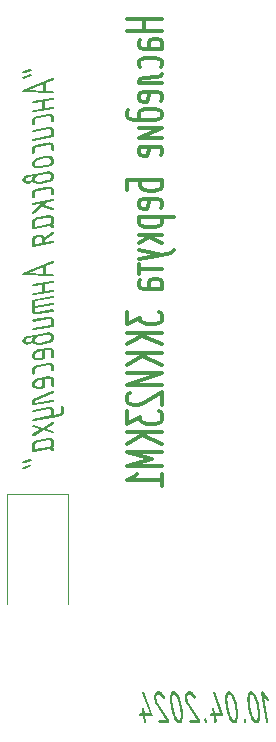
<source format=gbr>
%TF.GenerationSoftware,KiCad,Pcbnew,8.0.0-8.0.0-1~ubuntu20.04.1*%
%TF.CreationDate,2024-04-10T23:06:07+05:00*%
%TF.ProjectId,GammaAnomalain,47616d6d-6141-46e6-9f6d-616c61696e2e,rev?*%
%TF.SameCoordinates,Original*%
%TF.FileFunction,Legend,Bot*%
%TF.FilePolarity,Positive*%
%FSLAX46Y46*%
G04 Gerber Fmt 4.6, Leading zero omitted, Abs format (unit mm)*
G04 Created by KiCad (PCBNEW 8.0.0-8.0.0-1~ubuntu20.04.1) date 2024-04-10 23:06:07*
%MOMM*%
%LPD*%
G01*
G04 APERTURE LIST*
%ADD10C,0.200000*%
%ADD11C,0.300000*%
%ADD12C,0.150000*%
%ADD13C,0.120000*%
G04 APERTURE END LIST*
D10*
G36*
X121738171Y-113266168D02*
G01*
X121998046Y-113564389D01*
X122065457Y-113583440D01*
X122126517Y-113533614D01*
X122143614Y-113431032D01*
X122107955Y-113340907D01*
X121635101Y-112798688D01*
X121581367Y-112770111D01*
X121496646Y-112845536D01*
X121490997Y-112904200D01*
X121493928Y-112943035D01*
X121932100Y-115388883D01*
X122006347Y-115489111D01*
X122018562Y-115490000D01*
X122082554Y-115450432D01*
X122110397Y-115358841D01*
X122106489Y-115317808D01*
X121738171Y-113266168D01*
G37*
G36*
X120725178Y-112787070D02*
G01*
X120821482Y-112837946D01*
X120911871Y-112922739D01*
X120996345Y-113041450D01*
X121059665Y-113160839D01*
X121119199Y-113301935D01*
X121174947Y-113464738D01*
X121189072Y-113510702D01*
X121228757Y-113647325D01*
X121275392Y-113826523D01*
X121314853Y-114002332D01*
X121347138Y-114174752D01*
X121372250Y-114343783D01*
X121390186Y-114509426D01*
X121400948Y-114671679D01*
X121404535Y-114830544D01*
X121403381Y-114910400D01*
X121390394Y-115087500D01*
X121355761Y-115257516D01*
X121300348Y-115381164D01*
X121209437Y-115466816D01*
X121109002Y-115490000D01*
X121006782Y-115473095D01*
X120910478Y-115422380D01*
X120820089Y-115337855D01*
X120735615Y-115219520D01*
X120672295Y-115100508D01*
X120612761Y-114959859D01*
X120557013Y-114797571D01*
X120542888Y-114751695D01*
X120503203Y-114615305D01*
X120456568Y-114436336D01*
X120417107Y-114260664D01*
X120384822Y-114088290D01*
X120359710Y-113919213D01*
X120341774Y-113753433D01*
X120331012Y-113590950D01*
X120327606Y-113439825D01*
X120509141Y-113439825D01*
X120510324Y-113509915D01*
X120519789Y-113663971D01*
X120535834Y-113813947D01*
X120559125Y-113978089D01*
X120584856Y-114130055D01*
X120589766Y-114156064D01*
X120622022Y-114305560D01*
X120659059Y-114450932D01*
X120698674Y-114589476D01*
X120710267Y-114627569D01*
X120756467Y-114767846D01*
X120813830Y-114915984D01*
X120882100Y-115053843D01*
X120960967Y-115159656D01*
X121061130Y-115208632D01*
X121099140Y-115202564D01*
X121182763Y-115111545D01*
X121215547Y-114971604D01*
X121223307Y-114820286D01*
X121222124Y-114750196D01*
X121212660Y-114596139D01*
X121196615Y-114446163D01*
X121173323Y-114282022D01*
X121147592Y-114130055D01*
X121142803Y-114104046D01*
X121111140Y-113954550D01*
X121074541Y-113809178D01*
X121035240Y-113670635D01*
X121023557Y-113632542D01*
X120977025Y-113492265D01*
X120919311Y-113344127D01*
X120850715Y-113206268D01*
X120771598Y-113100455D01*
X120671318Y-113051479D01*
X120633308Y-113057547D01*
X120549685Y-113148565D01*
X120516902Y-113288507D01*
X120509141Y-113439825D01*
X120327606Y-113439825D01*
X120327424Y-113431765D01*
X120328579Y-113351643D01*
X120341566Y-113173953D01*
X120376199Y-113003370D01*
X120431612Y-112879310D01*
X120522523Y-112793372D01*
X120622958Y-112770111D01*
X120725178Y-112787070D01*
G37*
G36*
X120240474Y-115317076D02*
G01*
X120215561Y-115180055D01*
X120149242Y-115070685D01*
X120129099Y-115067948D01*
X120043920Y-115146670D01*
X120038241Y-115207899D01*
X120041172Y-115248932D01*
X120066085Y-115388883D01*
X120140332Y-115489111D01*
X120152547Y-115490000D01*
X120237268Y-115414574D01*
X120242916Y-115355910D01*
X120240474Y-115317076D01*
G37*
G36*
X118857208Y-112787070D02*
G01*
X118953513Y-112837946D01*
X119043902Y-112922739D01*
X119128375Y-113041450D01*
X119191695Y-113160839D01*
X119251229Y-113301935D01*
X119306978Y-113464738D01*
X119321103Y-113510702D01*
X119360788Y-113647325D01*
X119407423Y-113826523D01*
X119446883Y-114002332D01*
X119479169Y-114174752D01*
X119504280Y-114343783D01*
X119522217Y-114509426D01*
X119532979Y-114671679D01*
X119536566Y-114830544D01*
X119535412Y-114910400D01*
X119522424Y-115087500D01*
X119487792Y-115257516D01*
X119432379Y-115381164D01*
X119341468Y-115466816D01*
X119241032Y-115490000D01*
X119138813Y-115473095D01*
X119042509Y-115422380D01*
X118952120Y-115337855D01*
X118867646Y-115219520D01*
X118804326Y-115100508D01*
X118744792Y-114959859D01*
X118689043Y-114797571D01*
X118674918Y-114751695D01*
X118635234Y-114615305D01*
X118588599Y-114436336D01*
X118549138Y-114260664D01*
X118516852Y-114088290D01*
X118491741Y-113919213D01*
X118473804Y-113753433D01*
X118463043Y-113590950D01*
X118459637Y-113439825D01*
X118641172Y-113439825D01*
X118642355Y-113509915D01*
X118651819Y-113663971D01*
X118667864Y-113813947D01*
X118691156Y-113978089D01*
X118716887Y-114130055D01*
X118721797Y-114156064D01*
X118754053Y-114305560D01*
X118791090Y-114450932D01*
X118830704Y-114589476D01*
X118842297Y-114627569D01*
X118888497Y-114767846D01*
X118945861Y-114915984D01*
X119014131Y-115053843D01*
X119092997Y-115159656D01*
X119193161Y-115208632D01*
X119231171Y-115202564D01*
X119314794Y-115111545D01*
X119347578Y-114971604D01*
X119355338Y-114820286D01*
X119354155Y-114750196D01*
X119344690Y-114596139D01*
X119328645Y-114446163D01*
X119305354Y-114282022D01*
X119279623Y-114130055D01*
X119274833Y-114104046D01*
X119243170Y-113954550D01*
X119206572Y-113809178D01*
X119167271Y-113670635D01*
X119155588Y-113632542D01*
X119109056Y-113492265D01*
X119051341Y-113344127D01*
X118982745Y-113206268D01*
X118903628Y-113100455D01*
X118803349Y-113051479D01*
X118765339Y-113057547D01*
X118681716Y-113148565D01*
X118648932Y-113288507D01*
X118641172Y-113439825D01*
X118459637Y-113439825D01*
X118459455Y-113431765D01*
X118460610Y-113351643D01*
X118473597Y-113173953D01*
X118508230Y-113003370D01*
X118563642Y-112879310D01*
X118654554Y-112793372D01*
X118754989Y-112770111D01*
X118857208Y-112787070D01*
G37*
G36*
X117410676Y-114645896D02*
G01*
X117248499Y-114645896D01*
X117163777Y-114725031D01*
X117158129Y-114786580D01*
X117204815Y-114916136D01*
X117248499Y-114927264D01*
X117458548Y-114927264D01*
X117537194Y-115388883D01*
X117611276Y-115489111D01*
X117623656Y-115490000D01*
X117709577Y-115419215D01*
X117716957Y-115352979D01*
X117714515Y-115320006D01*
X117647103Y-114927264D01*
X118186880Y-114927264D01*
X118251849Y-114887697D01*
X118277739Y-114792442D01*
X118265038Y-114725031D01*
X117549406Y-112837522D01*
X117471249Y-112770111D01*
X117384695Y-112842651D01*
X117378925Y-112899071D01*
X117391625Y-112965017D01*
X118031542Y-114645896D01*
X117598743Y-114645896D01*
X117519120Y-114226775D01*
X117445039Y-114130905D01*
X117432658Y-114130055D01*
X117346563Y-114204244D01*
X117340823Y-114261946D01*
X117343265Y-114298583D01*
X117410676Y-114645896D01*
G37*
G36*
X116879692Y-115317076D02*
G01*
X116854780Y-115180055D01*
X116788461Y-115070685D01*
X116768318Y-115067948D01*
X116683138Y-115146670D01*
X116677459Y-115207899D01*
X116680390Y-115248932D01*
X116705303Y-115388883D01*
X116779550Y-115489111D01*
X116791765Y-115490000D01*
X116876487Y-115414574D01*
X116882135Y-115355910D01*
X116879692Y-115317076D01*
G37*
G36*
X115799651Y-113401723D02*
G01*
X115866573Y-113450083D01*
X115930565Y-113409050D01*
X115957431Y-113313796D01*
X115935450Y-113225136D01*
X115867606Y-113105744D01*
X115794219Y-112996608D01*
X115715917Y-112905154D01*
X115701953Y-112891744D01*
X115613826Y-112827602D01*
X115517970Y-112787216D01*
X115414386Y-112770586D01*
X115392742Y-112770111D01*
X115285533Y-112790919D01*
X115194167Y-112853342D01*
X115118643Y-112957380D01*
X115083531Y-113033161D01*
X115045034Y-113171397D01*
X115034193Y-113305736D01*
X115047022Y-113460779D01*
X115085507Y-113614315D01*
X115141256Y-113749526D01*
X115196371Y-113850153D01*
X116024842Y-115208632D01*
X115481158Y-115208632D01*
X115395978Y-115287766D01*
X115390300Y-115349316D01*
X115437237Y-115478871D01*
X115481158Y-115490000D01*
X116230495Y-115490000D01*
X116315675Y-115411277D01*
X116321353Y-115350048D01*
X116298394Y-115254794D01*
X115326796Y-113658178D01*
X115263387Y-113537168D01*
X115222383Y-113399067D01*
X115215422Y-113316727D01*
X115242204Y-113165712D01*
X115322553Y-113077382D01*
X115428134Y-113051738D01*
X115442079Y-113051479D01*
X115541121Y-113086541D01*
X115629566Y-113163284D01*
X115690718Y-113234661D01*
X115761663Y-113335640D01*
X115799651Y-113401723D01*
G37*
G36*
X114189239Y-112787070D02*
G01*
X114285543Y-112837946D01*
X114375932Y-112922739D01*
X114460406Y-113041450D01*
X114523726Y-113160839D01*
X114583260Y-113301935D01*
X114639009Y-113464738D01*
X114653134Y-113510702D01*
X114692818Y-113647325D01*
X114739453Y-113826523D01*
X114778914Y-114002332D01*
X114811200Y-114174752D01*
X114836311Y-114343783D01*
X114854248Y-114509426D01*
X114865010Y-114671679D01*
X114868597Y-114830544D01*
X114867442Y-114910400D01*
X114854455Y-115087500D01*
X114819822Y-115257516D01*
X114764410Y-115381164D01*
X114673498Y-115466816D01*
X114573063Y-115490000D01*
X114470844Y-115473095D01*
X114374539Y-115422380D01*
X114284150Y-115337855D01*
X114199677Y-115219520D01*
X114136357Y-115100508D01*
X114076823Y-114959859D01*
X114021074Y-114797571D01*
X114006949Y-114751695D01*
X113967264Y-114615305D01*
X113920629Y-114436336D01*
X113881169Y-114260664D01*
X113848883Y-114088290D01*
X113823772Y-113919213D01*
X113805835Y-113753433D01*
X113795073Y-113590950D01*
X113791668Y-113439825D01*
X113973203Y-113439825D01*
X113974386Y-113509915D01*
X113983850Y-113663971D01*
X113999895Y-113813947D01*
X114023186Y-113978089D01*
X114048918Y-114130055D01*
X114053828Y-114156064D01*
X114086083Y-114305560D01*
X114123120Y-114450932D01*
X114162735Y-114589476D01*
X114174328Y-114627569D01*
X114220528Y-114767846D01*
X114277892Y-114915984D01*
X114346161Y-115053843D01*
X114425028Y-115159656D01*
X114525191Y-115208632D01*
X114563202Y-115202564D01*
X114646824Y-115111545D01*
X114679608Y-114971604D01*
X114687369Y-114820286D01*
X114686186Y-114750196D01*
X114676721Y-114596139D01*
X114660676Y-114446163D01*
X114637385Y-114282022D01*
X114611653Y-114130055D01*
X114606864Y-114104046D01*
X114575201Y-113954550D01*
X114538603Y-113809178D01*
X114499302Y-113670635D01*
X114487619Y-113632542D01*
X114441086Y-113492265D01*
X114383372Y-113344127D01*
X114314776Y-113206268D01*
X114235659Y-113100455D01*
X114135380Y-113051479D01*
X114097370Y-113057547D01*
X114013747Y-113148565D01*
X113980963Y-113288507D01*
X113973203Y-113439825D01*
X113791668Y-113439825D01*
X113791486Y-113431765D01*
X113792640Y-113351643D01*
X113805628Y-113173953D01*
X113840261Y-113003370D01*
X113895673Y-112879310D01*
X113986584Y-112793372D01*
X114087020Y-112770111D01*
X114189239Y-112787070D01*
G37*
G36*
X113185275Y-113401723D02*
G01*
X113252198Y-113450083D01*
X113316189Y-113409050D01*
X113343056Y-113313796D01*
X113321074Y-113225136D01*
X113253231Y-113105744D01*
X113179844Y-112996608D01*
X113101542Y-112905154D01*
X113087578Y-112891744D01*
X112999450Y-112827602D01*
X112903594Y-112787216D01*
X112800011Y-112770586D01*
X112778367Y-112770111D01*
X112671158Y-112790919D01*
X112579791Y-112853342D01*
X112504267Y-112957380D01*
X112469155Y-113033161D01*
X112430659Y-113171397D01*
X112419818Y-113305736D01*
X112432647Y-113460779D01*
X112471132Y-113614315D01*
X112526880Y-113749526D01*
X112581995Y-113850153D01*
X113410467Y-115208632D01*
X112866782Y-115208632D01*
X112781603Y-115287766D01*
X112775924Y-115349316D01*
X112822862Y-115478871D01*
X112866782Y-115490000D01*
X113616120Y-115490000D01*
X113701299Y-115411277D01*
X113706978Y-115350048D01*
X113684019Y-115254794D01*
X112712421Y-113658178D01*
X112649011Y-113537168D01*
X112608007Y-113399067D01*
X112601046Y-113316727D01*
X112627829Y-113165712D01*
X112708177Y-113077382D01*
X112813759Y-113051738D01*
X112827704Y-113051479D01*
X112926746Y-113086541D01*
X113015191Y-113163284D01*
X113076343Y-113234661D01*
X113147288Y-113335640D01*
X113185275Y-113401723D01*
G37*
G36*
X111435519Y-114645896D02*
G01*
X111273342Y-114645896D01*
X111188620Y-114725031D01*
X111182972Y-114786580D01*
X111229657Y-114916136D01*
X111273342Y-114927264D01*
X111483391Y-114927264D01*
X111562037Y-115388883D01*
X111636119Y-115489111D01*
X111648499Y-115490000D01*
X111734420Y-115419215D01*
X111741800Y-115352979D01*
X111739357Y-115320006D01*
X111671946Y-114927264D01*
X112211723Y-114927264D01*
X112276692Y-114887697D01*
X112302581Y-114792442D01*
X112289881Y-114725031D01*
X111574249Y-112837522D01*
X111496092Y-112770111D01*
X111409538Y-112842651D01*
X111403768Y-112899071D01*
X111416468Y-112965017D01*
X112056385Y-114645896D01*
X111623586Y-114645896D01*
X111543963Y-114226775D01*
X111469882Y-114130905D01*
X111457501Y-114130055D01*
X111371406Y-114204244D01*
X111365666Y-114261946D01*
X111368108Y-114298583D01*
X111435519Y-114645896D01*
G37*
D11*
X113117257Y-55902129D02*
X110117257Y-55902129D01*
X111545828Y-55902129D02*
X111545828Y-56873558D01*
X113117257Y-56873558D02*
X110117257Y-56873558D01*
X113117257Y-58411653D02*
X111545828Y-58411653D01*
X111545828Y-58411653D02*
X111260114Y-58330700D01*
X111260114Y-58330700D02*
X111117257Y-58168796D01*
X111117257Y-58168796D02*
X111117257Y-57844986D01*
X111117257Y-57844986D02*
X111260114Y-57683081D01*
X112974400Y-58411653D02*
X113117257Y-58249748D01*
X113117257Y-58249748D02*
X113117257Y-57844986D01*
X113117257Y-57844986D02*
X112974400Y-57683081D01*
X112974400Y-57683081D02*
X112688685Y-57602129D01*
X112688685Y-57602129D02*
X112402971Y-57602129D01*
X112402971Y-57602129D02*
X112117257Y-57683081D01*
X112117257Y-57683081D02*
X111974400Y-57844986D01*
X111974400Y-57844986D02*
X111974400Y-58249748D01*
X111974400Y-58249748D02*
X111831542Y-58411653D01*
X112974400Y-59949748D02*
X113117257Y-59787843D01*
X113117257Y-59787843D02*
X113117257Y-59464034D01*
X113117257Y-59464034D02*
X112974400Y-59302129D01*
X112974400Y-59302129D02*
X112831542Y-59221176D01*
X112831542Y-59221176D02*
X112545828Y-59140224D01*
X112545828Y-59140224D02*
X111688685Y-59140224D01*
X111688685Y-59140224D02*
X111402971Y-59221176D01*
X111402971Y-59221176D02*
X111260114Y-59302129D01*
X111260114Y-59302129D02*
X111117257Y-59464034D01*
X111117257Y-59464034D02*
X111117257Y-59787843D01*
X111117257Y-59787843D02*
X111260114Y-59949748D01*
X113117257Y-61325938D02*
X111117257Y-61325938D01*
X111117257Y-61325938D02*
X111117257Y-61083081D01*
X111117257Y-61083081D02*
X111260114Y-60921177D01*
X111260114Y-60921177D02*
X111545828Y-60840224D01*
X111545828Y-60840224D02*
X112688685Y-60759272D01*
X112688685Y-60759272D02*
X112974400Y-60678319D01*
X112974400Y-60678319D02*
X113117257Y-60516415D01*
X112974400Y-62783081D02*
X113117257Y-62621177D01*
X113117257Y-62621177D02*
X113117257Y-62297367D01*
X113117257Y-62297367D02*
X112974400Y-62135462D01*
X112974400Y-62135462D02*
X112688685Y-62054510D01*
X112688685Y-62054510D02*
X111545828Y-62054510D01*
X111545828Y-62054510D02*
X111260114Y-62135462D01*
X111260114Y-62135462D02*
X111117257Y-62297367D01*
X111117257Y-62297367D02*
X111117257Y-62621177D01*
X111117257Y-62621177D02*
X111260114Y-62783081D01*
X111260114Y-62783081D02*
X111545828Y-62864034D01*
X111545828Y-62864034D02*
X111831542Y-62864034D01*
X111831542Y-62864034D02*
X112117257Y-62054510D01*
X111402971Y-64402129D02*
X111260114Y-64321177D01*
X111260114Y-64321177D02*
X111117257Y-64159272D01*
X111117257Y-64159272D02*
X111117257Y-63835463D01*
X111117257Y-63835463D02*
X111260114Y-63673558D01*
X111260114Y-63673558D02*
X111402971Y-63592605D01*
X111402971Y-63592605D02*
X111688685Y-63511653D01*
X111688685Y-63511653D02*
X112545828Y-63511653D01*
X112545828Y-63511653D02*
X112831542Y-63592605D01*
X112831542Y-63592605D02*
X112974400Y-63673558D01*
X112974400Y-63673558D02*
X113117257Y-63835463D01*
X113117257Y-63835463D02*
X113117257Y-64078320D01*
X113117257Y-64078320D02*
X112974400Y-64240224D01*
X112974400Y-64240224D02*
X112831542Y-64321177D01*
X112831542Y-64321177D02*
X112545828Y-64402129D01*
X112545828Y-64402129D02*
X110688685Y-64402129D01*
X110688685Y-64402129D02*
X110402971Y-64321177D01*
X110402971Y-64321177D02*
X110260114Y-64240224D01*
X110260114Y-64240224D02*
X110117257Y-64078320D01*
X110117257Y-64078320D02*
X110117257Y-63754510D01*
X110117257Y-63754510D02*
X110260114Y-63592605D01*
X111117257Y-65130700D02*
X113117257Y-65130700D01*
X113117257Y-65130700D02*
X111117257Y-65940224D01*
X111117257Y-65940224D02*
X113117257Y-65940224D01*
X112974400Y-67397367D02*
X113117257Y-67235463D01*
X113117257Y-67235463D02*
X113117257Y-66911653D01*
X113117257Y-66911653D02*
X112974400Y-66749748D01*
X112974400Y-66749748D02*
X112688685Y-66668796D01*
X112688685Y-66668796D02*
X111545828Y-66668796D01*
X111545828Y-66668796D02*
X111260114Y-66749748D01*
X111260114Y-66749748D02*
X111117257Y-66911653D01*
X111117257Y-66911653D02*
X111117257Y-67235463D01*
X111117257Y-67235463D02*
X111260114Y-67397367D01*
X111260114Y-67397367D02*
X111545828Y-67478320D01*
X111545828Y-67478320D02*
X111831542Y-67478320D01*
X111831542Y-67478320D02*
X112117257Y-66668796D01*
X110117257Y-70311653D02*
X110117257Y-69502129D01*
X110117257Y-69502129D02*
X113117257Y-69502129D01*
X113117257Y-69502129D02*
X113117257Y-69987844D01*
X113117257Y-69987844D02*
X112974400Y-70230701D01*
X112974400Y-70230701D02*
X112688685Y-70392606D01*
X112688685Y-70392606D02*
X112402971Y-70473558D01*
X112402971Y-70473558D02*
X111974400Y-70473558D01*
X111974400Y-70473558D02*
X111688685Y-70392606D01*
X111688685Y-70392606D02*
X111402971Y-70230701D01*
X111402971Y-70230701D02*
X111260114Y-69987844D01*
X111260114Y-69987844D02*
X111260114Y-69502129D01*
X112974400Y-71849748D02*
X113117257Y-71687844D01*
X113117257Y-71687844D02*
X113117257Y-71364034D01*
X113117257Y-71364034D02*
X112974400Y-71202129D01*
X112974400Y-71202129D02*
X112688685Y-71121177D01*
X112688685Y-71121177D02*
X111545828Y-71121177D01*
X111545828Y-71121177D02*
X111260114Y-71202129D01*
X111260114Y-71202129D02*
X111117257Y-71364034D01*
X111117257Y-71364034D02*
X111117257Y-71687844D01*
X111117257Y-71687844D02*
X111260114Y-71849748D01*
X111260114Y-71849748D02*
X111545828Y-71930701D01*
X111545828Y-71930701D02*
X111831542Y-71930701D01*
X111831542Y-71930701D02*
X112117257Y-71121177D01*
X111117257Y-72659272D02*
X114117257Y-72659272D01*
X111260114Y-72659272D02*
X111117257Y-72821177D01*
X111117257Y-72821177D02*
X111117257Y-73144987D01*
X111117257Y-73144987D02*
X111260114Y-73306891D01*
X111260114Y-73306891D02*
X111402971Y-73387844D01*
X111402971Y-73387844D02*
X111688685Y-73468796D01*
X111688685Y-73468796D02*
X112545828Y-73468796D01*
X112545828Y-73468796D02*
X112831542Y-73387844D01*
X112831542Y-73387844D02*
X112974400Y-73306891D01*
X112974400Y-73306891D02*
X113117257Y-73144987D01*
X113117257Y-73144987D02*
X113117257Y-72821177D01*
X113117257Y-72821177D02*
X112974400Y-72659272D01*
X111117257Y-74197367D02*
X113117257Y-74197367D01*
X111974400Y-74359272D02*
X113117257Y-74844986D01*
X111117257Y-74844986D02*
X112260114Y-74197367D01*
X111117257Y-75411653D02*
X113117257Y-75816415D01*
X111117257Y-76221176D02*
X113117257Y-75816415D01*
X113117257Y-75816415D02*
X113831542Y-75654510D01*
X113831542Y-75654510D02*
X113974400Y-75573557D01*
X113974400Y-75573557D02*
X114117257Y-75411653D01*
X111117257Y-76625938D02*
X111117257Y-77435462D01*
X111117257Y-77030700D02*
X113117257Y-77030700D01*
X113117257Y-78730700D02*
X111545828Y-78730700D01*
X111545828Y-78730700D02*
X111260114Y-78649747D01*
X111260114Y-78649747D02*
X111117257Y-78487843D01*
X111117257Y-78487843D02*
X111117257Y-78164033D01*
X111117257Y-78164033D02*
X111260114Y-78002128D01*
X112974400Y-78730700D02*
X113117257Y-78568795D01*
X113117257Y-78568795D02*
X113117257Y-78164033D01*
X113117257Y-78164033D02*
X112974400Y-78002128D01*
X112974400Y-78002128D02*
X112688685Y-77921176D01*
X112688685Y-77921176D02*
X112402971Y-77921176D01*
X112402971Y-77921176D02*
X112117257Y-78002128D01*
X112117257Y-78002128D02*
X111974400Y-78164033D01*
X111974400Y-78164033D02*
X111974400Y-78568795D01*
X111974400Y-78568795D02*
X111831542Y-78730700D01*
X110117257Y-80673557D02*
X110117257Y-81725938D01*
X110117257Y-81725938D02*
X111260114Y-81159271D01*
X111260114Y-81159271D02*
X111260114Y-81402128D01*
X111260114Y-81402128D02*
X111402971Y-81564033D01*
X111402971Y-81564033D02*
X111545828Y-81644985D01*
X111545828Y-81644985D02*
X111831542Y-81725938D01*
X111831542Y-81725938D02*
X112545828Y-81725938D01*
X112545828Y-81725938D02*
X112831542Y-81644985D01*
X112831542Y-81644985D02*
X112974400Y-81564033D01*
X112974400Y-81564033D02*
X113117257Y-81402128D01*
X113117257Y-81402128D02*
X113117257Y-80916414D01*
X113117257Y-80916414D02*
X112974400Y-80754509D01*
X112974400Y-80754509D02*
X112831542Y-80673557D01*
X113117257Y-82454509D02*
X110117257Y-82454509D01*
X113117257Y-83425938D02*
X111402971Y-82697367D01*
X110117257Y-83425938D02*
X111831542Y-82454509D01*
X113117257Y-84154509D02*
X110117257Y-84154509D01*
X113117257Y-85125938D02*
X111402971Y-84397367D01*
X110117257Y-85125938D02*
X111831542Y-84154509D01*
X110117257Y-85854509D02*
X113117257Y-85854509D01*
X113117257Y-85854509D02*
X110117257Y-86825938D01*
X110117257Y-86825938D02*
X113117257Y-86825938D01*
X110402971Y-87554509D02*
X110260114Y-87635461D01*
X110260114Y-87635461D02*
X110117257Y-87797366D01*
X110117257Y-87797366D02*
X110117257Y-88202128D01*
X110117257Y-88202128D02*
X110260114Y-88364033D01*
X110260114Y-88364033D02*
X110402971Y-88444985D01*
X110402971Y-88444985D02*
X110688685Y-88525938D01*
X110688685Y-88525938D02*
X110974400Y-88525938D01*
X110974400Y-88525938D02*
X111402971Y-88444985D01*
X111402971Y-88444985D02*
X113117257Y-87473557D01*
X113117257Y-87473557D02*
X113117257Y-88525938D01*
X110117257Y-89092605D02*
X110117257Y-90144986D01*
X110117257Y-90144986D02*
X111260114Y-89578319D01*
X111260114Y-89578319D02*
X111260114Y-89821176D01*
X111260114Y-89821176D02*
X111402971Y-89983081D01*
X111402971Y-89983081D02*
X111545828Y-90064033D01*
X111545828Y-90064033D02*
X111831542Y-90144986D01*
X111831542Y-90144986D02*
X112545828Y-90144986D01*
X112545828Y-90144986D02*
X112831542Y-90064033D01*
X112831542Y-90064033D02*
X112974400Y-89983081D01*
X112974400Y-89983081D02*
X113117257Y-89821176D01*
X113117257Y-89821176D02*
X113117257Y-89335462D01*
X113117257Y-89335462D02*
X112974400Y-89173557D01*
X112974400Y-89173557D02*
X112831542Y-89092605D01*
X113117257Y-90873557D02*
X110117257Y-90873557D01*
X113117257Y-91844986D02*
X111402971Y-91116415D01*
X110117257Y-91844986D02*
X111831542Y-90873557D01*
X113117257Y-92573557D02*
X110117257Y-92573557D01*
X110117257Y-92573557D02*
X112260114Y-93140224D01*
X112260114Y-93140224D02*
X110117257Y-93706891D01*
X110117257Y-93706891D02*
X113117257Y-93706891D01*
X113117257Y-95406891D02*
X113117257Y-94435462D01*
X113117257Y-94921176D02*
X110117257Y-94921176D01*
X110117257Y-94921176D02*
X110545828Y-94759272D01*
X110545828Y-94759272D02*
X110831542Y-94597367D01*
X110831542Y-94597367D02*
X110974400Y-94435462D01*
D12*
G36*
X101344117Y-60274808D02*
G01*
X101270111Y-60352966D01*
X101310411Y-60417935D01*
X101408597Y-60446267D01*
X101472344Y-60435520D01*
X102019692Y-60244522D01*
X102067320Y-60167341D01*
X101998901Y-60078498D01*
X101945687Y-60072575D01*
X101887801Y-60083810D01*
X101344117Y-60274808D01*
G37*
G36*
X101339720Y-60744732D02*
G01*
X101270111Y-60822889D01*
X101310411Y-60887858D01*
X101407864Y-60916190D01*
X101472344Y-60905443D01*
X102016029Y-60714445D01*
X102067320Y-60637265D01*
X101998489Y-60548421D01*
X101944954Y-60542498D01*
X101887069Y-60553734D01*
X101339720Y-60744732D01*
G37*
G36*
X103949699Y-60879065D02*
G01*
X103990000Y-60944034D01*
X103929183Y-61020726D01*
X103286580Y-61271808D01*
X103286580Y-61950803D01*
X103860307Y-61979623D01*
X103910841Y-61985738D01*
X103990000Y-62069016D01*
X103983688Y-62104800D01*
X103858108Y-62160852D01*
X101396140Y-62034334D01*
X101347033Y-62027649D01*
X101270111Y-61943475D01*
X101325891Y-61875087D01*
X101834312Y-61875087D01*
X103005212Y-61937125D01*
X103005212Y-61383182D01*
X101834312Y-61875087D01*
X101325891Y-61875087D01*
X101333859Y-61865318D01*
X103781905Y-60866853D01*
X103853712Y-60853175D01*
X103949699Y-60879065D01*
G37*
G36*
X103192791Y-63401605D02*
G01*
X103192791Y-62838381D01*
X103891081Y-62710398D01*
X103989130Y-62635113D01*
X103990000Y-62622471D01*
X103949699Y-62558479D01*
X103858108Y-62530635D01*
X103817076Y-62534543D01*
X102186755Y-62826169D01*
X102071519Y-62888754D01*
X102067320Y-62912631D01*
X102110551Y-62977111D01*
X102215331Y-63004466D01*
X102258562Y-63002024D01*
X102911423Y-62886253D01*
X102911423Y-63450942D01*
X102183824Y-63578926D01*
X102070164Y-63645245D01*
X102067320Y-63665388D01*
X102143569Y-63750567D01*
X102202875Y-63756246D01*
X102242442Y-63753315D01*
X103888883Y-63462177D01*
X103989111Y-63388096D01*
X103990000Y-63375716D01*
X103949699Y-63311235D01*
X103858108Y-63283392D01*
X103817076Y-63287788D01*
X103192791Y-63401605D01*
G37*
G36*
X103990000Y-64494348D02*
G01*
X103990000Y-64188067D01*
X103965596Y-64091082D01*
X103885289Y-64001487D01*
X103862505Y-63985346D01*
X103740909Y-63927577D01*
X103589773Y-63901580D01*
X103556957Y-63900838D01*
X103446315Y-63910607D01*
X102630055Y-64056176D01*
X102488593Y-64086096D01*
X102355613Y-64128806D01*
X102230707Y-64194021D01*
X102195547Y-64221284D01*
X102122543Y-64306576D01*
X102082472Y-64402746D01*
X102067821Y-64504472D01*
X102067320Y-64529030D01*
X102067320Y-64786951D01*
X102146454Y-64872130D01*
X102208004Y-64877809D01*
X102337559Y-64830871D01*
X102348688Y-64786951D01*
X102348688Y-64480670D01*
X102376236Y-64376046D01*
X102470178Y-64292917D01*
X102613432Y-64246396D01*
X102630788Y-64243266D01*
X103447780Y-64098674D01*
X103530579Y-64087928D01*
X103669509Y-64129838D01*
X103708458Y-64227291D01*
X103708632Y-64236427D01*
X103708632Y-64494348D01*
X103787766Y-64579527D01*
X103849316Y-64585206D01*
X103978871Y-64538269D01*
X103990000Y-64494348D01*
G37*
G36*
X102183824Y-66007188D02*
G01*
X102070164Y-66073507D01*
X102067320Y-66093650D01*
X102143569Y-66178830D01*
X102202875Y-66184508D01*
X102242442Y-66181577D01*
X103853712Y-65894348D01*
X103973895Y-65832197D01*
X103990000Y-65776134D01*
X103990000Y-65307676D01*
X103965596Y-65210691D01*
X103885289Y-65121096D01*
X103862505Y-65104955D01*
X103740909Y-65047186D01*
X103589773Y-65021190D01*
X103556957Y-65020447D01*
X103445582Y-65030217D01*
X102186755Y-65255408D01*
X102071519Y-65317994D01*
X102067320Y-65341870D01*
X102144161Y-65425542D01*
X102216064Y-65432729D01*
X102259295Y-65429798D01*
X103447780Y-65218284D01*
X103542302Y-65209002D01*
X103676795Y-65255525D01*
X103708632Y-65356037D01*
X103708632Y-65732171D01*
X102183824Y-66007188D01*
G37*
G36*
X103990000Y-66921145D02*
G01*
X103990000Y-66614864D01*
X103965596Y-66517879D01*
X103885289Y-66428284D01*
X103862505Y-66412143D01*
X103740909Y-66354373D01*
X103589773Y-66328377D01*
X103556957Y-66327635D01*
X103446315Y-66337404D01*
X102630055Y-66482973D01*
X102488593Y-66512893D01*
X102355613Y-66555603D01*
X102230707Y-66620818D01*
X102195547Y-66648081D01*
X102122543Y-66733372D01*
X102082472Y-66829543D01*
X102067821Y-66931269D01*
X102067320Y-66955827D01*
X102067320Y-67213748D01*
X102146454Y-67298927D01*
X102208004Y-67304606D01*
X102337559Y-67257668D01*
X102348688Y-67213748D01*
X102348688Y-66907467D01*
X102376236Y-66802843D01*
X102470178Y-66719714D01*
X102613432Y-66673193D01*
X102630788Y-66670063D01*
X103447780Y-66525471D01*
X103530579Y-66514725D01*
X103669509Y-66556635D01*
X103708458Y-66654088D01*
X103708632Y-66663224D01*
X103708632Y-66921145D01*
X103787766Y-67006324D01*
X103849316Y-67012003D01*
X103978871Y-66965065D01*
X103990000Y-66921145D01*
G37*
G36*
X103566070Y-67475698D02*
G01*
X103711460Y-67509678D01*
X103836859Y-67572785D01*
X103910887Y-67635021D01*
X103971904Y-67729543D01*
X103990000Y-67827774D01*
X103982951Y-67926645D01*
X103955886Y-68033074D01*
X103898655Y-68140397D01*
X103813794Y-68229582D01*
X103701304Y-68300628D01*
X103585316Y-68349592D01*
X103449933Y-68390359D01*
X103310027Y-68420307D01*
X102757550Y-68516050D01*
X102753100Y-68516832D01*
X102607341Y-68528751D01*
X102497615Y-68522248D01*
X102350199Y-68488108D01*
X102223391Y-68424704D01*
X102147946Y-68362704D01*
X102085762Y-68268376D01*
X102067320Y-68170203D01*
X102070448Y-68120377D01*
X102348688Y-68120377D01*
X102348941Y-68134081D01*
X102374018Y-68237843D01*
X102460396Y-68316806D01*
X102608073Y-68343127D01*
X102616838Y-68343067D01*
X102763412Y-68327983D01*
X103310027Y-68231752D01*
X103403450Y-68210274D01*
X103536967Y-68156892D01*
X103642846Y-68071270D01*
X103694618Y-67974812D01*
X103708632Y-67876134D01*
X103689041Y-67768457D01*
X103611889Y-67684709D01*
X103460969Y-67653385D01*
X103312958Y-67668528D01*
X102764877Y-67766225D01*
X102644979Y-67794062D01*
X102511262Y-67850145D01*
X102417375Y-67926190D01*
X102363319Y-68022197D01*
X102348688Y-68120377D01*
X102070448Y-68120377D01*
X102073013Y-68079533D01*
X102098315Y-67971196D01*
X102150975Y-67866469D01*
X102229253Y-67779903D01*
X102337149Y-67708449D01*
X102461277Y-67654601D01*
X102611968Y-67609851D01*
X102765610Y-67578158D01*
X103310027Y-67481926D01*
X103458039Y-67469226D01*
X103566070Y-67475698D01*
G37*
G36*
X103566070Y-68782886D02*
G01*
X103711460Y-68816866D01*
X103836859Y-68879972D01*
X103910887Y-68942208D01*
X103971904Y-69036730D01*
X103990000Y-69134962D01*
X103984513Y-69224023D01*
X103960127Y-69330909D01*
X103909373Y-69434954D01*
X103833928Y-69521843D01*
X103742383Y-69587086D01*
X103607974Y-69649464D01*
X103460569Y-69695114D01*
X103310027Y-69727495D01*
X102766343Y-69823238D01*
X102617599Y-69835939D01*
X102500546Y-69829276D01*
X102349695Y-69794294D01*
X102228520Y-69729327D01*
X102145722Y-69646406D01*
X102082846Y-69711973D01*
X101962540Y-69770970D01*
X101850861Y-69802025D01*
X101703154Y-69816399D01*
X101658606Y-69815087D01*
X101516574Y-69789815D01*
X101396140Y-69732380D01*
X101373618Y-69716400D01*
X101294234Y-69626970D01*
X101270111Y-69529170D01*
X101270612Y-69504482D01*
X101274135Y-69479833D01*
X101551479Y-69479833D01*
X101582474Y-69581346D01*
X101713412Y-69628332D01*
X101817772Y-69612447D01*
X101944221Y-69556037D01*
X102014306Y-69506842D01*
X102059519Y-69427565D01*
X102348688Y-69427565D01*
X102348941Y-69441269D01*
X102374018Y-69545030D01*
X102460396Y-69623993D01*
X102608073Y-69650314D01*
X102616838Y-69650255D01*
X102763412Y-69635171D01*
X103310027Y-69538940D01*
X103403450Y-69517461D01*
X103536967Y-69464080D01*
X103642846Y-69378458D01*
X103694618Y-69282000D01*
X103708632Y-69183322D01*
X103689041Y-69075645D01*
X103611889Y-68991897D01*
X103460969Y-68960572D01*
X103312958Y-68975716D01*
X102765610Y-69073413D01*
X102645501Y-69101250D01*
X102511548Y-69157333D01*
X102417496Y-69233378D01*
X102363345Y-69329385D01*
X102348688Y-69427565D01*
X102059519Y-69427565D01*
X102067320Y-69413887D01*
X102074830Y-69358841D01*
X102119072Y-69262749D01*
X102187487Y-69175018D01*
X101813063Y-69242429D01*
X101796969Y-69245648D01*
X101664134Y-69292741D01*
X101577024Y-69375839D01*
X101551479Y-69479833D01*
X101274135Y-69479833D01*
X101285263Y-69401983D01*
X101325334Y-69304591D01*
X101398339Y-69217516D01*
X101414902Y-69203831D01*
X101528412Y-69137021D01*
X101664510Y-69088706D01*
X101813796Y-69055339D01*
X103310027Y-68789114D01*
X103458039Y-68776413D01*
X103566070Y-68782886D01*
G37*
G36*
X103990000Y-70655129D02*
G01*
X103990000Y-70348849D01*
X103965596Y-70251863D01*
X103885289Y-70162269D01*
X103862505Y-70146127D01*
X103740909Y-70088358D01*
X103589773Y-70062362D01*
X103556957Y-70061619D01*
X103446315Y-70071389D01*
X102630055Y-70216958D01*
X102488593Y-70246877D01*
X102355613Y-70289587D01*
X102230707Y-70354802D01*
X102195547Y-70382066D01*
X102122543Y-70467357D01*
X102082472Y-70563528D01*
X102067821Y-70665254D01*
X102067320Y-70689812D01*
X102067320Y-70947732D01*
X102146454Y-71032912D01*
X102208004Y-71038591D01*
X102337559Y-70991653D01*
X102348688Y-70947732D01*
X102348688Y-70641452D01*
X102376236Y-70536828D01*
X102470178Y-70453699D01*
X102613432Y-70407178D01*
X102630788Y-70404048D01*
X103447780Y-70259456D01*
X103530579Y-70248709D01*
X103669509Y-70290620D01*
X103708458Y-70388073D01*
X103708632Y-70397209D01*
X103708632Y-70655129D01*
X103787766Y-70740309D01*
X103849316Y-70745988D01*
X103978871Y-70699050D01*
X103990000Y-70655129D01*
G37*
G36*
X103126845Y-71629170D02*
G01*
X103414808Y-71385904D01*
X103891814Y-71297977D01*
X103989137Y-71223978D01*
X103990000Y-71211515D01*
X103949699Y-71147523D01*
X103858108Y-71119679D01*
X103817076Y-71123587D01*
X102186755Y-71414725D01*
X102071519Y-71477310D01*
X102067320Y-71501187D01*
X102143783Y-71584858D01*
X102215331Y-71592045D01*
X102258562Y-71589602D01*
X102962714Y-71464550D01*
X102114947Y-72198256D01*
X102067320Y-72253455D01*
X102113482Y-72316469D01*
X102216796Y-72345290D01*
X102340628Y-72308165D01*
X102956120Y-71776204D01*
X103789965Y-72044383D01*
X103848583Y-72053664D01*
X103948234Y-72026309D01*
X103990000Y-71961829D01*
X103913063Y-71880740D01*
X103126845Y-71629170D01*
G37*
G36*
X103594150Y-72489159D02*
G01*
X103744610Y-72515155D01*
X103864703Y-72572924D01*
X103887095Y-72589066D01*
X103966017Y-72678660D01*
X103990000Y-72775646D01*
X103990000Y-72962247D01*
X103977770Y-73067013D01*
X103929607Y-73168403D01*
X103835394Y-73245569D01*
X103863024Y-73253517D01*
X103964484Y-73329263D01*
X103990000Y-73432171D01*
X103973895Y-73489556D01*
X103853712Y-73550384D01*
X103814661Y-73554217D01*
X103718157Y-73480531D01*
X103619239Y-73407746D01*
X103581870Y-73411654D01*
X102221926Y-73656385D01*
X102112016Y-73645150D01*
X102067320Y-73586532D01*
X102067320Y-73443406D01*
X102348688Y-73443406D01*
X103444117Y-73249477D01*
X103517619Y-73227495D01*
X103627299Y-73156665D01*
X103670189Y-73111060D01*
X103708632Y-73012073D01*
X103708632Y-72824006D01*
X103676515Y-72723494D01*
X103540837Y-72676972D01*
X103447780Y-72686253D01*
X102630788Y-72830845D01*
X102613432Y-72833975D01*
X102470178Y-72880496D01*
X102376236Y-72963625D01*
X102348688Y-73068249D01*
X102348688Y-73443406D01*
X102067320Y-73443406D01*
X102067320Y-73116609D01*
X102067821Y-73092051D01*
X102082472Y-72990325D01*
X102122543Y-72894154D01*
X102195547Y-72808863D01*
X102230707Y-72781599D01*
X102355613Y-72716384D01*
X102488593Y-72673674D01*
X102630055Y-72643755D01*
X103446315Y-72498186D01*
X103561353Y-72488416D01*
X103594150Y-72489159D01*
G37*
G36*
X103915811Y-73926518D02*
G01*
X103990000Y-74011515D01*
X103954829Y-74075995D01*
X103192791Y-74570831D01*
X103192791Y-74789184D01*
X103816343Y-74673901D01*
X103855910Y-74670970D01*
X103914574Y-74676649D01*
X103990000Y-74761829D01*
X103989111Y-74774043D01*
X103888883Y-74848291D01*
X102242442Y-75140893D01*
X102200676Y-75145290D01*
X102106887Y-75116958D01*
X102067320Y-75052966D01*
X102067320Y-74936218D01*
X102348688Y-74936218D01*
X102911423Y-74837544D01*
X102911423Y-74462387D01*
X102911248Y-74453160D01*
X102872139Y-74354746D01*
X102732637Y-74312422D01*
X102630055Y-74320726D01*
X102612745Y-74324361D01*
X102469863Y-74374297D01*
X102376165Y-74457767D01*
X102348688Y-74559595D01*
X102348688Y-74936218D01*
X102067320Y-74936218D01*
X102067320Y-74607956D01*
X102067815Y-74582751D01*
X102082299Y-74478728D01*
X102121912Y-74381183D01*
X102194082Y-74295813D01*
X102210603Y-74282649D01*
X102325615Y-74217681D01*
X102465635Y-74169538D01*
X102620530Y-74135101D01*
X102734103Y-74126797D01*
X102863633Y-74139033D01*
X102996420Y-74182485D01*
X103089746Y-74242741D01*
X103155422Y-74330496D01*
X103759190Y-73945569D01*
X103858108Y-73919679D01*
X103915811Y-73926518D01*
G37*
G36*
X103949699Y-76373831D02*
G01*
X103990000Y-76438800D01*
X103929183Y-76515492D01*
X103286580Y-76766574D01*
X103286580Y-77445569D01*
X103860307Y-77474390D01*
X103910841Y-77480504D01*
X103990000Y-77563783D01*
X103983688Y-77599566D01*
X103858108Y-77655618D01*
X101396140Y-77529100D01*
X101347033Y-77522415D01*
X101270111Y-77438242D01*
X101325890Y-77369854D01*
X101834312Y-77369854D01*
X103005212Y-77431891D01*
X103005212Y-76877949D01*
X101834312Y-77369854D01*
X101325890Y-77369854D01*
X101333859Y-77360084D01*
X103781905Y-76361619D01*
X103853712Y-76347942D01*
X103949699Y-76373831D01*
G37*
G36*
X103192791Y-78896371D02*
G01*
X103192791Y-78333147D01*
X103891081Y-78205164D01*
X103989130Y-78129879D01*
X103990000Y-78117237D01*
X103949699Y-78053245D01*
X103858108Y-78025401D01*
X103817076Y-78029309D01*
X102186755Y-78320935D01*
X102071519Y-78383521D01*
X102067320Y-78407397D01*
X102110551Y-78471877D01*
X102215331Y-78499233D01*
X102258562Y-78496790D01*
X102911423Y-78381019D01*
X102911423Y-78945709D01*
X102183824Y-79073692D01*
X102070164Y-79140011D01*
X102067320Y-79160154D01*
X102143569Y-79245333D01*
X102202875Y-79251012D01*
X102242442Y-79248081D01*
X103888883Y-78956944D01*
X103989111Y-78882862D01*
X103990000Y-78870482D01*
X103949699Y-78806002D01*
X103858108Y-78778158D01*
X103817076Y-78782554D01*
X103192791Y-78896371D01*
G37*
G36*
X102188953Y-79629100D02*
G01*
X102071596Y-79692653D01*
X102067320Y-79717027D01*
X102067320Y-80587020D01*
X102089359Y-80684699D01*
X102164512Y-80771648D01*
X102293000Y-80837125D01*
X102435844Y-80869863D01*
X102517215Y-80874250D01*
X102630055Y-80864480D01*
X103888883Y-80639288D01*
X103989111Y-80565041D01*
X103990000Y-80552826D01*
X103949699Y-80488346D01*
X103858108Y-80460503D01*
X103817076Y-80464411D01*
X102627857Y-80676413D01*
X102524542Y-80685695D01*
X102387328Y-80644198D01*
X102348859Y-80547706D01*
X102348688Y-80538660D01*
X102348688Y-80350593D01*
X103888883Y-80076064D01*
X103989111Y-80001817D01*
X103990000Y-79989602D01*
X103950432Y-79925122D01*
X103858841Y-79897279D01*
X103817808Y-79901187D01*
X102348688Y-80163992D01*
X102348688Y-79787369D01*
X103891814Y-79512352D01*
X103989137Y-79438105D01*
X103990000Y-79425890D01*
X103949699Y-79361898D01*
X103858108Y-79334055D01*
X103817076Y-79337963D01*
X102188953Y-79629100D01*
G37*
G36*
X102183824Y-82062736D02*
G01*
X102070164Y-82129055D01*
X102067320Y-82149198D01*
X102143569Y-82234377D01*
X102202875Y-82240056D01*
X102242442Y-82237125D01*
X103853712Y-81949896D01*
X103973895Y-81887745D01*
X103990000Y-81831682D01*
X103990000Y-81363224D01*
X103965596Y-81266239D01*
X103885289Y-81176644D01*
X103862505Y-81160503D01*
X103740909Y-81102734D01*
X103589773Y-81076737D01*
X103556957Y-81075995D01*
X103445582Y-81085764D01*
X102186755Y-81310956D01*
X102071519Y-81373542D01*
X102067320Y-81397418D01*
X102144161Y-81481090D01*
X102216064Y-81488277D01*
X102259295Y-81485346D01*
X103447780Y-81273831D01*
X103542302Y-81264550D01*
X103676795Y-81311073D01*
X103708632Y-81411584D01*
X103708632Y-81787718D01*
X102183824Y-82062736D01*
G37*
G36*
X103566070Y-82411637D02*
G01*
X103711460Y-82445617D01*
X103836859Y-82508723D01*
X103910887Y-82570959D01*
X103971904Y-82665481D01*
X103990000Y-82763713D01*
X103984513Y-82852774D01*
X103960127Y-82959660D01*
X103909373Y-83063705D01*
X103833928Y-83150593D01*
X103742383Y-83215837D01*
X103607974Y-83278215D01*
X103460569Y-83323865D01*
X103310027Y-83356246D01*
X102766343Y-83451989D01*
X102617599Y-83464690D01*
X102500546Y-83458026D01*
X102349695Y-83423044D01*
X102228520Y-83358078D01*
X102145722Y-83275157D01*
X102082846Y-83340724D01*
X101962540Y-83399721D01*
X101850861Y-83430776D01*
X101703154Y-83445150D01*
X101658606Y-83443837D01*
X101516574Y-83418566D01*
X101396140Y-83361131D01*
X101373618Y-83345151D01*
X101294234Y-83255721D01*
X101270111Y-83157921D01*
X101270612Y-83133233D01*
X101274135Y-83108584D01*
X101551479Y-83108584D01*
X101582474Y-83210097D01*
X101713412Y-83257083D01*
X101817772Y-83241198D01*
X101944221Y-83184787D01*
X102014306Y-83135593D01*
X102059519Y-83056316D01*
X102348688Y-83056316D01*
X102348941Y-83070020D01*
X102374018Y-83173781D01*
X102460396Y-83252744D01*
X102608073Y-83279065D01*
X102616838Y-83279006D01*
X102763412Y-83263922D01*
X103310027Y-83167690D01*
X103403450Y-83146212D01*
X103536967Y-83092831D01*
X103642846Y-83007209D01*
X103694618Y-82910751D01*
X103708632Y-82812073D01*
X103689041Y-82704396D01*
X103611889Y-82620647D01*
X103460969Y-82589323D01*
X103312958Y-82604466D01*
X102765610Y-82702164D01*
X102645501Y-82730001D01*
X102511548Y-82786084D01*
X102417496Y-82862129D01*
X102363345Y-82958136D01*
X102348688Y-83056316D01*
X102059519Y-83056316D01*
X102067320Y-83042638D01*
X102074830Y-82987592D01*
X102119072Y-82891500D01*
X102187487Y-82803769D01*
X101813063Y-82871180D01*
X101796969Y-82874399D01*
X101664134Y-82921492D01*
X101577024Y-83004590D01*
X101551479Y-83108584D01*
X101274135Y-83108584D01*
X101285263Y-83030734D01*
X101325334Y-82933342D01*
X101398339Y-82846267D01*
X101414902Y-82832582D01*
X101528412Y-82765772D01*
X101664510Y-82717457D01*
X101813796Y-82684090D01*
X103310027Y-82417865D01*
X103458039Y-82405164D01*
X103566070Y-82411637D01*
G37*
G36*
X103589773Y-83691113D02*
G01*
X103740909Y-83717109D01*
X103862505Y-83774878D01*
X103885289Y-83791020D01*
X103965596Y-83880614D01*
X103990000Y-83977600D01*
X103990000Y-84470482D01*
X103978871Y-84514403D01*
X103849316Y-84561340D01*
X103787766Y-84555661D01*
X103708632Y-84470482D01*
X103708632Y-84025960D01*
X103676795Y-83925448D01*
X103542302Y-83878926D01*
X103447780Y-83888207D01*
X103192791Y-83936567D01*
X103192791Y-84686392D01*
X102765610Y-84759177D01*
X102761114Y-84759958D01*
X102613203Y-84771877D01*
X102489168Y-84763647D01*
X102341821Y-84727068D01*
X102224856Y-84667830D01*
X102148703Y-84605830D01*
X102085935Y-84511503D01*
X102067320Y-84413329D01*
X102070448Y-84363503D01*
X102348688Y-84363503D01*
X102348943Y-84377208D01*
X102374233Y-84480969D01*
X102461342Y-84559932D01*
X102610272Y-84586253D01*
X102618254Y-84586194D01*
X102763412Y-84571110D01*
X102911423Y-84547662D01*
X102911423Y-83984438D01*
X102766343Y-84009351D01*
X102646022Y-84037575D01*
X102511834Y-84093958D01*
X102417617Y-84170023D01*
X102363371Y-84265770D01*
X102348688Y-84363503D01*
X102070448Y-84363503D01*
X102073013Y-84322659D01*
X102098315Y-84214323D01*
X102150975Y-84109595D01*
X102229253Y-84023029D01*
X102337149Y-83951575D01*
X102461277Y-83897727D01*
X102611968Y-83852977D01*
X102765610Y-83821284D01*
X103445582Y-83700140D01*
X103556957Y-83690370D01*
X103589773Y-83691113D01*
G37*
G36*
X103990000Y-85591068D02*
G01*
X103990000Y-85284787D01*
X103965596Y-85187802D01*
X103885289Y-85098207D01*
X103862505Y-85082066D01*
X103740909Y-85024297D01*
X103589773Y-84998301D01*
X103556957Y-84997558D01*
X103446315Y-85007328D01*
X102630055Y-85152896D01*
X102488593Y-85182816D01*
X102355613Y-85225526D01*
X102230707Y-85290741D01*
X102195547Y-85318004D01*
X102122543Y-85403296D01*
X102082472Y-85499466D01*
X102067821Y-85601193D01*
X102067320Y-85625750D01*
X102067320Y-85883671D01*
X102146454Y-85968851D01*
X102208004Y-85974529D01*
X102337559Y-85927592D01*
X102348688Y-85883671D01*
X102348688Y-85577390D01*
X102376236Y-85472767D01*
X102470178Y-85389637D01*
X102613432Y-85343117D01*
X102630788Y-85339986D01*
X103447780Y-85195395D01*
X103530579Y-85184648D01*
X103669509Y-85226558D01*
X103708458Y-85324011D01*
X103708632Y-85333147D01*
X103708632Y-85591068D01*
X103787766Y-85676248D01*
X103849316Y-85681926D01*
X103978871Y-85634989D01*
X103990000Y-85591068D01*
G37*
G36*
X103589773Y-86117910D02*
G01*
X103740909Y-86143906D01*
X103862505Y-86201675D01*
X103885289Y-86217817D01*
X103965596Y-86307411D01*
X103990000Y-86404397D01*
X103990000Y-86897279D01*
X103978871Y-86941199D01*
X103849316Y-86988137D01*
X103787766Y-86982458D01*
X103708632Y-86897279D01*
X103708632Y-86452757D01*
X103676795Y-86352245D01*
X103542302Y-86305722D01*
X103447780Y-86315004D01*
X103192791Y-86363364D01*
X103192791Y-87113189D01*
X102765610Y-87185974D01*
X102761114Y-87186755D01*
X102613203Y-87198674D01*
X102489168Y-87190444D01*
X102341821Y-87153865D01*
X102224856Y-87094627D01*
X102148703Y-87032627D01*
X102085935Y-86938300D01*
X102067320Y-86840126D01*
X102070448Y-86790300D01*
X102348688Y-86790300D01*
X102348943Y-86804005D01*
X102374233Y-86907766D01*
X102461342Y-86986729D01*
X102610272Y-87013050D01*
X102618254Y-87012991D01*
X102763412Y-86997907D01*
X102911423Y-86974459D01*
X102911423Y-86411235D01*
X102766343Y-86436148D01*
X102646022Y-86464372D01*
X102511834Y-86520755D01*
X102417617Y-86596820D01*
X102363371Y-86692567D01*
X102348688Y-86790300D01*
X102070448Y-86790300D01*
X102073013Y-86749456D01*
X102098315Y-86641119D01*
X102150975Y-86536392D01*
X102229253Y-86449826D01*
X102337149Y-86378372D01*
X102461277Y-86324524D01*
X102611968Y-86279774D01*
X102765610Y-86248081D01*
X103445582Y-86126937D01*
X103556957Y-86117167D01*
X103589773Y-86117910D01*
G37*
G36*
X102067320Y-88499023D02*
G01*
X102143569Y-88583745D01*
X102202875Y-88589393D01*
X102242442Y-88586951D01*
X103888883Y-88294348D01*
X103989111Y-88220100D01*
X103990000Y-88207886D01*
X103949699Y-88143406D01*
X103857376Y-88115562D01*
X103816343Y-88119470D01*
X102348688Y-88380810D01*
X102348688Y-88174669D01*
X103931381Y-87533287D01*
X103990000Y-87461480D01*
X103923000Y-87373453D01*
X103860307Y-87365248D01*
X103784103Y-87379414D01*
X102151584Y-88045709D01*
X102067320Y-88123866D01*
X102067320Y-88499023D01*
G37*
G36*
X104266971Y-89343127D02*
G01*
X103990000Y-89392464D01*
X103990000Y-89017795D01*
X103965596Y-88920810D01*
X103885289Y-88831215D01*
X103862505Y-88815074D01*
X103740909Y-88757304D01*
X103589773Y-88731308D01*
X103556957Y-88730565D01*
X103445582Y-88739847D01*
X102186755Y-88965039D01*
X102071519Y-89027624D01*
X102067320Y-89051501D01*
X102144161Y-89135172D01*
X102216064Y-89142359D01*
X102259295Y-89139916D01*
X103447780Y-88928402D01*
X103542302Y-88918632D01*
X103676795Y-88965155D01*
X103708632Y-89065667D01*
X103708632Y-89441801D01*
X102183824Y-89716818D01*
X102070164Y-89783137D01*
X102067320Y-89803280D01*
X102143783Y-89886951D01*
X102215331Y-89894138D01*
X102258562Y-89891207D01*
X104261842Y-89532659D01*
X104410145Y-89497360D01*
X104548722Y-89444367D01*
X104665209Y-89368619D01*
X104733719Y-89286951D01*
X104772112Y-89192433D01*
X104786738Y-89087367D01*
X104787208Y-89062736D01*
X104787208Y-88708584D01*
X104708073Y-88623404D01*
X104646524Y-88617725D01*
X104516969Y-88664663D01*
X104505840Y-88708584D01*
X104505840Y-89106699D01*
X104482513Y-89210808D01*
X104402968Y-89293591D01*
X104266971Y-89343127D01*
G37*
G36*
X103068960Y-90697209D02*
G01*
X103796559Y-90902861D01*
X103855177Y-90909700D01*
X103981573Y-90859417D01*
X103990000Y-90820307D01*
X103907201Y-90736776D01*
X103282184Y-90560921D01*
X103948967Y-90134962D01*
X103990000Y-90067551D01*
X103911689Y-89984203D01*
X103850781Y-89978646D01*
X103759190Y-90003071D01*
X103005212Y-90484229D01*
X102275415Y-90276623D01*
X102216796Y-90269784D01*
X102111284Y-90295674D01*
X102067320Y-90360154D01*
X102155548Y-90439638D01*
X102167704Y-90442708D01*
X102791988Y-90620028D01*
X102121542Y-91047453D01*
X102067320Y-91110468D01*
X102140754Y-91195489D01*
X102209469Y-91202792D01*
X102316448Y-91177879D01*
X103068960Y-90697209D01*
G37*
G36*
X103594150Y-91346661D02*
G01*
X103744610Y-91372657D01*
X103864703Y-91430426D01*
X103887095Y-91446567D01*
X103966017Y-91536162D01*
X103990000Y-91633147D01*
X103990000Y-91819749D01*
X103977770Y-91924515D01*
X103929607Y-92025905D01*
X103835394Y-92103071D01*
X103863024Y-92111019D01*
X103964484Y-92186765D01*
X103990000Y-92289672D01*
X103973895Y-92347058D01*
X103853712Y-92407886D01*
X103814661Y-92411719D01*
X103718157Y-92338032D01*
X103619239Y-92265248D01*
X103581870Y-92269156D01*
X102221926Y-92513887D01*
X102112016Y-92502652D01*
X102067320Y-92444034D01*
X102067320Y-92300907D01*
X102348688Y-92300907D01*
X103444117Y-92106979D01*
X103517619Y-92084997D01*
X103627299Y-92014166D01*
X103670189Y-91968562D01*
X103708632Y-91869575D01*
X103708632Y-91681508D01*
X103676515Y-91580996D01*
X103540837Y-91534473D01*
X103447780Y-91543755D01*
X102630788Y-91688346D01*
X102613432Y-91691477D01*
X102470178Y-91737997D01*
X102376236Y-91821127D01*
X102348688Y-91925750D01*
X102348688Y-92300907D01*
X102067320Y-92300907D01*
X102067320Y-91974110D01*
X102067821Y-91949553D01*
X102082472Y-91847826D01*
X102122543Y-91751656D01*
X102195547Y-91666365D01*
X102230707Y-91639101D01*
X102355613Y-91573886D01*
X102488593Y-91531176D01*
X102630055Y-91501256D01*
X103446315Y-91355688D01*
X103561353Y-91345918D01*
X103594150Y-91346661D01*
G37*
G36*
X101344117Y-93319889D02*
G01*
X101270111Y-93398046D01*
X101310411Y-93463015D01*
X101408597Y-93491347D01*
X101472344Y-93480600D01*
X102019692Y-93289602D01*
X102067320Y-93212422D01*
X101998901Y-93123578D01*
X101945687Y-93117656D01*
X101887801Y-93128891D01*
X101344117Y-93319889D01*
G37*
G36*
X101339720Y-93789812D02*
G01*
X101270111Y-93867970D01*
X101310411Y-93932938D01*
X101407864Y-93961270D01*
X101472344Y-93950524D01*
X102016029Y-93759526D01*
X102067320Y-93682345D01*
X101998489Y-93593502D01*
X101944954Y-93587579D01*
X101887069Y-93598814D01*
X101339720Y-93789812D01*
G37*
D13*
%TO.C,J9*%
X100000000Y-96100000D02*
X100000000Y-99100000D01*
X100000000Y-105400000D02*
X100000000Y-99100000D01*
X103700000Y-96100000D02*
X100000000Y-96100000D01*
X105100000Y-96100000D02*
X103700000Y-96100000D01*
X105100000Y-97800000D02*
X105100000Y-96100000D01*
X105100000Y-97800000D02*
X105100000Y-104100000D01*
X105100000Y-104100000D02*
X105100000Y-105400000D01*
%TD*%
M02*

</source>
